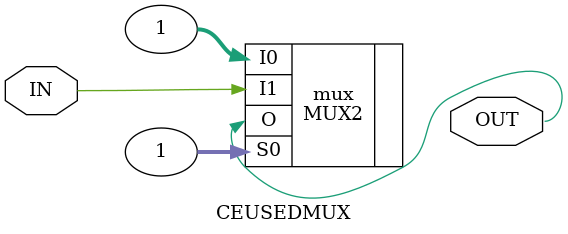
<source format=v>
`include "../../../../../vpr/muxes/logic/mux2/mux2.sim.v"

module CEUSEDMUX(IN, OUT);
	input wire IN;

	parameter S = 1;
	output wire OUT;

	MUX2 mux (
		.I0(1),
		.I1(IN),
		.S0(S),
		.O(OUT)
	);
endmodule

</source>
